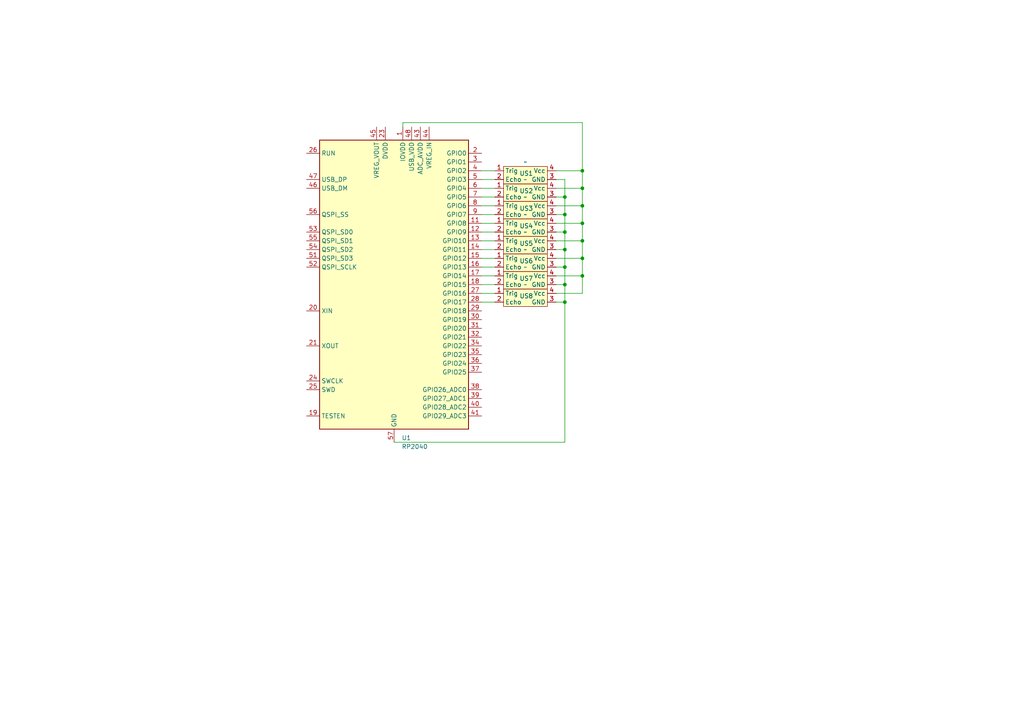
<source format=kicad_sch>
(kicad_sch
	(version 20231120)
	(generator "eeschema")
	(generator_version "8.0")
	(uuid "af6f84c4-a5f6-4d9a-be43-e6553a4d4e88")
	(paper "A4")
	(lib_symbols
		(symbol "Custom_Symbols:I2C_Ultrasonic_Sensor"
			(exclude_from_sim no)
			(in_bom yes)
			(on_board yes)
			(property "Reference" "US"
				(at 0 -3.81 0)
				(effects
					(font
						(size 1.27 1.27)
					)
				)
			)
			(property "Value" ""
				(at -2.54 0 0)
				(effects
					(font
						(size 1.27 1.27)
					)
				)
			)
			(property "Footprint" ""
				(at -2.54 0 0)
				(effects
					(font
						(size 1.27 1.27)
					)
					(hide yes)
				)
			)
			(property "Datasheet" ""
				(at -2.54 0 0)
				(effects
					(font
						(size 1.27 1.27)
					)
					(hide yes)
				)
			)
			(property "Description" ""
				(at -2.54 0 0)
				(effects
					(font
						(size 1.27 1.27)
					)
					(hide yes)
				)
			)
			(symbol "I2C_Ultrasonic_Sensor_1_1"
				(rectangle
					(start -6.35 -1.27)
					(end 6.35 -6.35)
					(stroke
						(width 0)
						(type default)
					)
					(fill
						(type background)
					)
				)
				(pin input line
					(at -8.89 -2.54 0)
					(length 2.54)
					(name "Trig"
						(effects
							(font
								(size 1.27 1.27)
							)
						)
					)
					(number "1"
						(effects
							(font
								(size 1.27 1.27)
							)
						)
					)
				)
				(pin output line
					(at -8.89 -5.08 0)
					(length 2.54)
					(name "Echo"
						(effects
							(font
								(size 1.27 1.27)
							)
						)
					)
					(number "2"
						(effects
							(font
								(size 1.27 1.27)
							)
						)
					)
				)
				(pin power_in line
					(at 8.89 -5.08 180)
					(length 2.54)
					(name "GND"
						(effects
							(font
								(size 1.27 1.27)
							)
						)
					)
					(number "3"
						(effects
							(font
								(size 1.27 1.27)
							)
						)
					)
				)
				(pin power_in line
					(at 8.89 -2.54 180)
					(length 2.54)
					(name "Vcc"
						(effects
							(font
								(size 1.27 1.27)
							)
						)
					)
					(number "4"
						(effects
							(font
								(size 1.27 1.27)
							)
						)
					)
				)
			)
		)
		(symbol "MCU_RaspberryPi:RP2040"
			(exclude_from_sim no)
			(in_bom yes)
			(on_board yes)
			(property "Reference" "U"
				(at 17.78 45.72 0)
				(effects
					(font
						(size 1.27 1.27)
					)
				)
			)
			(property "Value" "RP2040"
				(at 17.78 43.18 0)
				(effects
					(font
						(size 1.27 1.27)
					)
				)
			)
			(property "Footprint" "Package_DFN_QFN:QFN-56-1EP_7x7mm_P0.4mm_EP3.2x3.2mm"
				(at 0 0 0)
				(effects
					(font
						(size 1.27 1.27)
					)
					(hide yes)
				)
			)
			(property "Datasheet" "https://datasheets.raspberrypi.com/rp2040/rp2040-datasheet.pdf"
				(at 0 0 0)
				(effects
					(font
						(size 1.27 1.27)
					)
					(hide yes)
				)
			)
			(property "Description" "A microcontroller by Raspberry Pi"
				(at 0 0 0)
				(effects
					(font
						(size 1.27 1.27)
					)
					(hide yes)
				)
			)
			(property "ki_keywords" "RP2040 ARM Cortex-M0+ USB"
				(at 0 0 0)
				(effects
					(font
						(size 1.27 1.27)
					)
					(hide yes)
				)
			)
			(property "ki_fp_filters" "QFN*1EP*7x7mm?P0.4mm*"
				(at 0 0 0)
				(effects
					(font
						(size 1.27 1.27)
					)
					(hide yes)
				)
			)
			(symbol "RP2040_0_1"
				(rectangle
					(start -21.59 41.91)
					(end 21.59 -41.91)
					(stroke
						(width 0.254)
						(type default)
					)
					(fill
						(type background)
					)
				)
			)
			(symbol "RP2040_1_1"
				(pin power_in line
					(at 2.54 45.72 270)
					(length 3.81)
					(name "IOVDD"
						(effects
							(font
								(size 1.27 1.27)
							)
						)
					)
					(number "1"
						(effects
							(font
								(size 1.27 1.27)
							)
						)
					)
				)
				(pin passive line
					(at 2.54 45.72 270)
					(length 3.81) hide
					(name "IOVDD"
						(effects
							(font
								(size 1.27 1.27)
							)
						)
					)
					(number "10"
						(effects
							(font
								(size 1.27 1.27)
							)
						)
					)
				)
				(pin bidirectional line
					(at 25.4 17.78 180)
					(length 3.81)
					(name "GPIO8"
						(effects
							(font
								(size 1.27 1.27)
							)
						)
					)
					(number "11"
						(effects
							(font
								(size 1.27 1.27)
							)
						)
					)
				)
				(pin bidirectional line
					(at 25.4 15.24 180)
					(length 3.81)
					(name "GPIO9"
						(effects
							(font
								(size 1.27 1.27)
							)
						)
					)
					(number "12"
						(effects
							(font
								(size 1.27 1.27)
							)
						)
					)
				)
				(pin bidirectional line
					(at 25.4 12.7 180)
					(length 3.81)
					(name "GPIO10"
						(effects
							(font
								(size 1.27 1.27)
							)
						)
					)
					(number "13"
						(effects
							(font
								(size 1.27 1.27)
							)
						)
					)
				)
				(pin bidirectional line
					(at 25.4 10.16 180)
					(length 3.81)
					(name "GPIO11"
						(effects
							(font
								(size 1.27 1.27)
							)
						)
					)
					(number "14"
						(effects
							(font
								(size 1.27 1.27)
							)
						)
					)
				)
				(pin bidirectional line
					(at 25.4 7.62 180)
					(length 3.81)
					(name "GPIO12"
						(effects
							(font
								(size 1.27 1.27)
							)
						)
					)
					(number "15"
						(effects
							(font
								(size 1.27 1.27)
							)
						)
					)
				)
				(pin bidirectional line
					(at 25.4 5.08 180)
					(length 3.81)
					(name "GPIO13"
						(effects
							(font
								(size 1.27 1.27)
							)
						)
					)
					(number "16"
						(effects
							(font
								(size 1.27 1.27)
							)
						)
					)
				)
				(pin bidirectional line
					(at 25.4 2.54 180)
					(length 3.81)
					(name "GPIO14"
						(effects
							(font
								(size 1.27 1.27)
							)
						)
					)
					(number "17"
						(effects
							(font
								(size 1.27 1.27)
							)
						)
					)
				)
				(pin bidirectional line
					(at 25.4 0 180)
					(length 3.81)
					(name "GPIO15"
						(effects
							(font
								(size 1.27 1.27)
							)
						)
					)
					(number "18"
						(effects
							(font
								(size 1.27 1.27)
							)
						)
					)
				)
				(pin input line
					(at -25.4 -38.1 0)
					(length 3.81)
					(name "TESTEN"
						(effects
							(font
								(size 1.27 1.27)
							)
						)
					)
					(number "19"
						(effects
							(font
								(size 1.27 1.27)
							)
						)
					)
				)
				(pin bidirectional line
					(at 25.4 38.1 180)
					(length 3.81)
					(name "GPIO0"
						(effects
							(font
								(size 1.27 1.27)
							)
						)
					)
					(number "2"
						(effects
							(font
								(size 1.27 1.27)
							)
						)
					)
				)
				(pin input line
					(at -25.4 -7.62 0)
					(length 3.81)
					(name "XIN"
						(effects
							(font
								(size 1.27 1.27)
							)
						)
					)
					(number "20"
						(effects
							(font
								(size 1.27 1.27)
							)
						)
					)
				)
				(pin passive line
					(at -25.4 -17.78 0)
					(length 3.81)
					(name "XOUT"
						(effects
							(font
								(size 1.27 1.27)
							)
						)
					)
					(number "21"
						(effects
							(font
								(size 1.27 1.27)
							)
						)
					)
				)
				(pin passive line
					(at 2.54 45.72 270)
					(length 3.81) hide
					(name "IOVDD"
						(effects
							(font
								(size 1.27 1.27)
							)
						)
					)
					(number "22"
						(effects
							(font
								(size 1.27 1.27)
							)
						)
					)
				)
				(pin power_in line
					(at -2.54 45.72 270)
					(length 3.81)
					(name "DVDD"
						(effects
							(font
								(size 1.27 1.27)
							)
						)
					)
					(number "23"
						(effects
							(font
								(size 1.27 1.27)
							)
						)
					)
				)
				(pin input line
					(at -25.4 -27.94 0)
					(length 3.81)
					(name "SWCLK"
						(effects
							(font
								(size 1.27 1.27)
							)
						)
					)
					(number "24"
						(effects
							(font
								(size 1.27 1.27)
							)
						)
					)
				)
				(pin bidirectional line
					(at -25.4 -30.48 0)
					(length 3.81)
					(name "SWD"
						(effects
							(font
								(size 1.27 1.27)
							)
						)
					)
					(number "25"
						(effects
							(font
								(size 1.27 1.27)
							)
						)
					)
				)
				(pin input line
					(at -25.4 38.1 0)
					(length 3.81)
					(name "RUN"
						(effects
							(font
								(size 1.27 1.27)
							)
						)
					)
					(number "26"
						(effects
							(font
								(size 1.27 1.27)
							)
						)
					)
				)
				(pin bidirectional line
					(at 25.4 -2.54 180)
					(length 3.81)
					(name "GPIO16"
						(effects
							(font
								(size 1.27 1.27)
							)
						)
					)
					(number "27"
						(effects
							(font
								(size 1.27 1.27)
							)
						)
					)
				)
				(pin bidirectional line
					(at 25.4 -5.08 180)
					(length 3.81)
					(name "GPIO17"
						(effects
							(font
								(size 1.27 1.27)
							)
						)
					)
					(number "28"
						(effects
							(font
								(size 1.27 1.27)
							)
						)
					)
				)
				(pin bidirectional line
					(at 25.4 -7.62 180)
					(length 3.81)
					(name "GPIO18"
						(effects
							(font
								(size 1.27 1.27)
							)
						)
					)
					(number "29"
						(effects
							(font
								(size 1.27 1.27)
							)
						)
					)
				)
				(pin bidirectional line
					(at 25.4 35.56 180)
					(length 3.81)
					(name "GPIO1"
						(effects
							(font
								(size 1.27 1.27)
							)
						)
					)
					(number "3"
						(effects
							(font
								(size 1.27 1.27)
							)
						)
					)
				)
				(pin bidirectional line
					(at 25.4 -10.16 180)
					(length 3.81)
					(name "GPIO19"
						(effects
							(font
								(size 1.27 1.27)
							)
						)
					)
					(number "30"
						(effects
							(font
								(size 1.27 1.27)
							)
						)
					)
				)
				(pin bidirectional line
					(at 25.4 -12.7 180)
					(length 3.81)
					(name "GPIO20"
						(effects
							(font
								(size 1.27 1.27)
							)
						)
					)
					(number "31"
						(effects
							(font
								(size 1.27 1.27)
							)
						)
					)
				)
				(pin bidirectional line
					(at 25.4 -15.24 180)
					(length 3.81)
					(name "GPIO21"
						(effects
							(font
								(size 1.27 1.27)
							)
						)
					)
					(number "32"
						(effects
							(font
								(size 1.27 1.27)
							)
						)
					)
				)
				(pin passive line
					(at 2.54 45.72 270)
					(length 3.81) hide
					(name "IOVDD"
						(effects
							(font
								(size 1.27 1.27)
							)
						)
					)
					(number "33"
						(effects
							(font
								(size 1.27 1.27)
							)
						)
					)
				)
				(pin bidirectional line
					(at 25.4 -17.78 180)
					(length 3.81)
					(name "GPIO22"
						(effects
							(font
								(size 1.27 1.27)
							)
						)
					)
					(number "34"
						(effects
							(font
								(size 1.27 1.27)
							)
						)
					)
				)
				(pin bidirectional line
					(at 25.4 -20.32 180)
					(length 3.81)
					(name "GPIO23"
						(effects
							(font
								(size 1.27 1.27)
							)
						)
					)
					(number "35"
						(effects
							(font
								(size 1.27 1.27)
							)
						)
					)
				)
				(pin bidirectional line
					(at 25.4 -22.86 180)
					(length 3.81)
					(name "GPIO24"
						(effects
							(font
								(size 1.27 1.27)
							)
						)
					)
					(number "36"
						(effects
							(font
								(size 1.27 1.27)
							)
						)
					)
				)
				(pin bidirectional line
					(at 25.4 -25.4 180)
					(length 3.81)
					(name "GPIO25"
						(effects
							(font
								(size 1.27 1.27)
							)
						)
					)
					(number "37"
						(effects
							(font
								(size 1.27 1.27)
							)
						)
					)
				)
				(pin bidirectional line
					(at 25.4 -30.48 180)
					(length 3.81)
					(name "GPIO26_ADC0"
						(effects
							(font
								(size 1.27 1.27)
							)
						)
					)
					(number "38"
						(effects
							(font
								(size 1.27 1.27)
							)
						)
					)
				)
				(pin bidirectional line
					(at 25.4 -33.02 180)
					(length 3.81)
					(name "GPIO27_ADC1"
						(effects
							(font
								(size 1.27 1.27)
							)
						)
					)
					(number "39"
						(effects
							(font
								(size 1.27 1.27)
							)
						)
					)
				)
				(pin bidirectional line
					(at 25.4 33.02 180)
					(length 3.81)
					(name "GPIO2"
						(effects
							(font
								(size 1.27 1.27)
							)
						)
					)
					(number "4"
						(effects
							(font
								(size 1.27 1.27)
							)
						)
					)
				)
				(pin bidirectional line
					(at 25.4 -35.56 180)
					(length 3.81)
					(name "GPIO28_ADC2"
						(effects
							(font
								(size 1.27 1.27)
							)
						)
					)
					(number "40"
						(effects
							(font
								(size 1.27 1.27)
							)
						)
					)
				)
				(pin bidirectional line
					(at 25.4 -38.1 180)
					(length 3.81)
					(name "GPIO29_ADC3"
						(effects
							(font
								(size 1.27 1.27)
							)
						)
					)
					(number "41"
						(effects
							(font
								(size 1.27 1.27)
							)
						)
					)
				)
				(pin passive line
					(at 2.54 45.72 270)
					(length 3.81) hide
					(name "IOVDD"
						(effects
							(font
								(size 1.27 1.27)
							)
						)
					)
					(number "42"
						(effects
							(font
								(size 1.27 1.27)
							)
						)
					)
				)
				(pin power_in line
					(at 7.62 45.72 270)
					(length 3.81)
					(name "ADC_AVDD"
						(effects
							(font
								(size 1.27 1.27)
							)
						)
					)
					(number "43"
						(effects
							(font
								(size 1.27 1.27)
							)
						)
					)
				)
				(pin power_in line
					(at 10.16 45.72 270)
					(length 3.81)
					(name "VREG_IN"
						(effects
							(font
								(size 1.27 1.27)
							)
						)
					)
					(number "44"
						(effects
							(font
								(size 1.27 1.27)
							)
						)
					)
				)
				(pin power_out line
					(at -5.08 45.72 270)
					(length 3.81)
					(name "VREG_VOUT"
						(effects
							(font
								(size 1.27 1.27)
							)
						)
					)
					(number "45"
						(effects
							(font
								(size 1.27 1.27)
							)
						)
					)
				)
				(pin bidirectional line
					(at -25.4 27.94 0)
					(length 3.81)
					(name "USB_DM"
						(effects
							(font
								(size 1.27 1.27)
							)
						)
					)
					(number "46"
						(effects
							(font
								(size 1.27 1.27)
							)
						)
					)
				)
				(pin bidirectional line
					(at -25.4 30.48 0)
					(length 3.81)
					(name "USB_DP"
						(effects
							(font
								(size 1.27 1.27)
							)
						)
					)
					(number "47"
						(effects
							(font
								(size 1.27 1.27)
							)
						)
					)
				)
				(pin power_in line
					(at 5.08 45.72 270)
					(length 3.81)
					(name "USB_VDD"
						(effects
							(font
								(size 1.27 1.27)
							)
						)
					)
					(number "48"
						(effects
							(font
								(size 1.27 1.27)
							)
						)
					)
				)
				(pin passive line
					(at 2.54 45.72 270)
					(length 3.81) hide
					(name "IOVDD"
						(effects
							(font
								(size 1.27 1.27)
							)
						)
					)
					(number "49"
						(effects
							(font
								(size 1.27 1.27)
							)
						)
					)
				)
				(pin bidirectional line
					(at 25.4 30.48 180)
					(length 3.81)
					(name "GPIO3"
						(effects
							(font
								(size 1.27 1.27)
							)
						)
					)
					(number "5"
						(effects
							(font
								(size 1.27 1.27)
							)
						)
					)
				)
				(pin passive line
					(at -2.54 45.72 270)
					(length 3.81) hide
					(name "DVDD"
						(effects
							(font
								(size 1.27 1.27)
							)
						)
					)
					(number "50"
						(effects
							(font
								(size 1.27 1.27)
							)
						)
					)
				)
				(pin bidirectional line
					(at -25.4 7.62 0)
					(length 3.81)
					(name "QSPI_SD3"
						(effects
							(font
								(size 1.27 1.27)
							)
						)
					)
					(number "51"
						(effects
							(font
								(size 1.27 1.27)
							)
						)
					)
				)
				(pin output line
					(at -25.4 5.08 0)
					(length 3.81)
					(name "QSPI_SCLK"
						(effects
							(font
								(size 1.27 1.27)
							)
						)
					)
					(number "52"
						(effects
							(font
								(size 1.27 1.27)
							)
						)
					)
				)
				(pin bidirectional line
					(at -25.4 15.24 0)
					(length 3.81)
					(name "QSPI_SD0"
						(effects
							(font
								(size 1.27 1.27)
							)
						)
					)
					(number "53"
						(effects
							(font
								(size 1.27 1.27)
							)
						)
					)
				)
				(pin bidirectional line
					(at -25.4 10.16 0)
					(length 3.81)
					(name "QSPI_SD2"
						(effects
							(font
								(size 1.27 1.27)
							)
						)
					)
					(number "54"
						(effects
							(font
								(size 1.27 1.27)
							)
						)
					)
				)
				(pin bidirectional line
					(at -25.4 12.7 0)
					(length 3.81)
					(name "QSPI_SD1"
						(effects
							(font
								(size 1.27 1.27)
							)
						)
					)
					(number "55"
						(effects
							(font
								(size 1.27 1.27)
							)
						)
					)
				)
				(pin bidirectional line
					(at -25.4 20.32 0)
					(length 3.81)
					(name "QSPI_SS"
						(effects
							(font
								(size 1.27 1.27)
							)
						)
					)
					(number "56"
						(effects
							(font
								(size 1.27 1.27)
							)
						)
					)
				)
				(pin power_in line
					(at 0 -45.72 90)
					(length 3.81)
					(name "GND"
						(effects
							(font
								(size 1.27 1.27)
							)
						)
					)
					(number "57"
						(effects
							(font
								(size 1.27 1.27)
							)
						)
					)
				)
				(pin bidirectional line
					(at 25.4 27.94 180)
					(length 3.81)
					(name "GPIO4"
						(effects
							(font
								(size 1.27 1.27)
							)
						)
					)
					(number "6"
						(effects
							(font
								(size 1.27 1.27)
							)
						)
					)
				)
				(pin bidirectional line
					(at 25.4 25.4 180)
					(length 3.81)
					(name "GPIO5"
						(effects
							(font
								(size 1.27 1.27)
							)
						)
					)
					(number "7"
						(effects
							(font
								(size 1.27 1.27)
							)
						)
					)
				)
				(pin bidirectional line
					(at 25.4 22.86 180)
					(length 3.81)
					(name "GPIO6"
						(effects
							(font
								(size 1.27 1.27)
							)
						)
					)
					(number "8"
						(effects
							(font
								(size 1.27 1.27)
							)
						)
					)
				)
				(pin bidirectional line
					(at 25.4 20.32 180)
					(length 3.81)
					(name "GPIO7"
						(effects
							(font
								(size 1.27 1.27)
							)
						)
					)
					(number "9"
						(effects
							(font
								(size 1.27 1.27)
							)
						)
					)
				)
			)
		)
	)
	(junction
		(at 163.83 62.23)
		(diameter 0)
		(color 0 0 0 0)
		(uuid "118e7a3d-9a3d-486d-b2bb-71c54b6185ab")
	)
	(junction
		(at 168.91 69.85)
		(diameter 0)
		(color 0 0 0 0)
		(uuid "151a8319-ade4-4005-a637-12595cd6447c")
	)
	(junction
		(at 163.83 87.63)
		(diameter 0)
		(color 0 0 0 0)
		(uuid "1e799fbc-2d5b-45cb-a077-76cf9222c909")
	)
	(junction
		(at 163.83 77.47)
		(diameter 0)
		(color 0 0 0 0)
		(uuid "33938a50-4371-4f1c-bd0c-8183469faf0b")
	)
	(junction
		(at 168.91 80.01)
		(diameter 0)
		(color 0 0 0 0)
		(uuid "36afdce4-d139-49d7-bd6d-af84bdea8a08")
	)
	(junction
		(at 163.83 57.15)
		(diameter 0)
		(color 0 0 0 0)
		(uuid "4ddb7b9d-4adb-48fa-8997-f6204b40c04a")
	)
	(junction
		(at 168.91 74.93)
		(diameter 0)
		(color 0 0 0 0)
		(uuid "66ccf121-6d4e-4289-83a0-3baed57a6a98")
	)
	(junction
		(at 168.91 59.69)
		(diameter 0)
		(color 0 0 0 0)
		(uuid "6db1d8b8-de02-4609-bcac-dd3b2cad9fd9")
	)
	(junction
		(at 163.83 72.39)
		(diameter 0)
		(color 0 0 0 0)
		(uuid "835c7f58-987d-44f9-bcfb-80972eb91a89")
	)
	(junction
		(at 168.91 54.61)
		(diameter 0)
		(color 0 0 0 0)
		(uuid "a3cdaf55-29d8-4701-92c1-6f926ec80fde")
	)
	(junction
		(at 168.91 64.77)
		(diameter 0)
		(color 0 0 0 0)
		(uuid "aa428ca8-b06f-4156-8075-c1d0d59e34db")
	)
	(junction
		(at 168.91 49.53)
		(diameter 0)
		(color 0 0 0 0)
		(uuid "bd2b3e87-0547-4151-a9f6-c69030d39dee")
	)
	(junction
		(at 163.83 82.55)
		(diameter 0)
		(color 0 0 0 0)
		(uuid "e53e12aa-27c6-4fc5-a827-b3c2bb98b9bb")
	)
	(junction
		(at 163.83 67.31)
		(diameter 0)
		(color 0 0 0 0)
		(uuid "eb89e2bf-2976-4534-b3db-ce5225b6acf2")
	)
	(wire
		(pts
			(xy 161.29 62.23) (xy 163.83 62.23)
		)
		(stroke
			(width 0)
			(type default)
		)
		(uuid "02e8ffda-1fa1-42bd-bcf6-2c1f1a5c600b")
	)
	(wire
		(pts
			(xy 168.91 80.01) (xy 168.91 85.09)
		)
		(stroke
			(width 0)
			(type default)
		)
		(uuid "071969c4-0730-407f-8ade-e3ee59bfda22")
	)
	(wire
		(pts
			(xy 161.29 52.07) (xy 163.83 52.07)
		)
		(stroke
			(width 0)
			(type default)
		)
		(uuid "082d1297-404a-42a0-9f49-390dc9fac935")
	)
	(wire
		(pts
			(xy 168.91 74.93) (xy 168.91 80.01)
		)
		(stroke
			(width 0)
			(type default)
		)
		(uuid "0a2391d0-99e1-495a-a28f-8589f71c5e0e")
	)
	(wire
		(pts
			(xy 161.29 87.63) (xy 163.83 87.63)
		)
		(stroke
			(width 0)
			(type default)
		)
		(uuid "0f57f22b-f22d-4953-9949-e826595a3aa7")
	)
	(wire
		(pts
			(xy 139.7 67.31) (xy 143.51 67.31)
		)
		(stroke
			(width 0)
			(type default)
		)
		(uuid "21e68dd8-c1aa-4518-ab6f-c01401d02878")
	)
	(wire
		(pts
			(xy 139.7 59.69) (xy 143.51 59.69)
		)
		(stroke
			(width 0)
			(type default)
		)
		(uuid "27a05f72-8913-44a9-b14f-3afd1b4045bd")
	)
	(wire
		(pts
			(xy 168.91 49.53) (xy 168.91 54.61)
		)
		(stroke
			(width 0)
			(type default)
		)
		(uuid "2f13f44a-dd6f-4d41-8902-3168fe2b7824")
	)
	(wire
		(pts
			(xy 139.7 52.07) (xy 143.51 52.07)
		)
		(stroke
			(width 0)
			(type default)
		)
		(uuid "30d98c0b-cfd3-4805-965e-1f707ac044f0")
	)
	(wire
		(pts
			(xy 168.91 85.09) (xy 161.29 85.09)
		)
		(stroke
			(width 0)
			(type default)
		)
		(uuid "320a79ab-daa1-46c3-8c5f-9a8efbf355df")
	)
	(wire
		(pts
			(xy 163.83 128.27) (xy 163.83 87.63)
		)
		(stroke
			(width 0)
			(type default)
		)
		(uuid "33befd82-5cdd-4dde-8544-fe152a235c92")
	)
	(wire
		(pts
			(xy 161.29 64.77) (xy 168.91 64.77)
		)
		(stroke
			(width 0)
			(type default)
		)
		(uuid "3d5a611b-f354-4f8a-a0af-41deaed736b7")
	)
	(wire
		(pts
			(xy 139.7 82.55) (xy 143.51 82.55)
		)
		(stroke
			(width 0)
			(type default)
		)
		(uuid "3fa94358-275f-4811-a1df-8aa8372ae888")
	)
	(wire
		(pts
			(xy 161.29 57.15) (xy 163.83 57.15)
		)
		(stroke
			(width 0)
			(type default)
		)
		(uuid "43fd5b9b-09a0-4ec4-8da4-2e53715ae0d2")
	)
	(wire
		(pts
			(xy 161.29 77.47) (xy 163.83 77.47)
		)
		(stroke
			(width 0)
			(type default)
		)
		(uuid "44836e6e-065f-450a-9a10-237367dbbb05")
	)
	(wire
		(pts
			(xy 139.7 64.77) (xy 143.51 64.77)
		)
		(stroke
			(width 0)
			(type default)
		)
		(uuid "4cb1fc4b-70d3-451e-b28f-08081c90cf3c")
	)
	(wire
		(pts
			(xy 161.29 67.31) (xy 163.83 67.31)
		)
		(stroke
			(width 0)
			(type default)
		)
		(uuid "67e50aed-8a4c-4e1a-8840-cd73e376b7b5")
	)
	(wire
		(pts
			(xy 163.83 82.55) (xy 163.83 87.63)
		)
		(stroke
			(width 0)
			(type default)
		)
		(uuid "7b2cc13f-7334-40a0-abf8-f73b41d3acd6")
	)
	(wire
		(pts
			(xy 168.91 35.56) (xy 168.91 49.53)
		)
		(stroke
			(width 0)
			(type default)
		)
		(uuid "7b3a26ae-67ce-4357-9ece-5872c19f6bab")
	)
	(wire
		(pts
			(xy 163.83 62.23) (xy 163.83 67.31)
		)
		(stroke
			(width 0)
			(type default)
		)
		(uuid "7f3d3cf2-18d0-45f6-8a59-470d8d9178f0")
	)
	(wire
		(pts
			(xy 161.29 59.69) (xy 168.91 59.69)
		)
		(stroke
			(width 0)
			(type default)
		)
		(uuid "7f5ceb1c-d972-41cd-8516-56c2ec4304b0")
	)
	(wire
		(pts
			(xy 163.83 67.31) (xy 163.83 72.39)
		)
		(stroke
			(width 0)
			(type default)
		)
		(uuid "82ea750b-b553-4647-a390-2393659fafcd")
	)
	(wire
		(pts
			(xy 168.91 64.77) (xy 168.91 69.85)
		)
		(stroke
			(width 0)
			(type default)
		)
		(uuid "885d7a11-1eac-4419-9b78-c59ca3b41c7a")
	)
	(wire
		(pts
			(xy 139.7 54.61) (xy 143.51 54.61)
		)
		(stroke
			(width 0)
			(type default)
		)
		(uuid "899a51c9-477b-4769-bc55-01ff5e4fb014")
	)
	(wire
		(pts
			(xy 139.7 57.15) (xy 143.51 57.15)
		)
		(stroke
			(width 0)
			(type default)
		)
		(uuid "8a287afd-569c-4d1a-8f93-d46b989bc2fa")
	)
	(wire
		(pts
			(xy 139.7 74.93) (xy 143.51 74.93)
		)
		(stroke
			(width 0)
			(type default)
		)
		(uuid "8a4cd6c4-351b-4050-8d27-a04ea0727d53")
	)
	(wire
		(pts
			(xy 163.83 57.15) (xy 163.83 62.23)
		)
		(stroke
			(width 0)
			(type default)
		)
		(uuid "8b486e0b-0480-4db6-b86e-7bce50a25e2c")
	)
	(wire
		(pts
			(xy 139.7 62.23) (xy 143.51 62.23)
		)
		(stroke
			(width 0)
			(type default)
		)
		(uuid "99baaac3-1b64-4f21-a854-585b66ca04c8")
	)
	(wire
		(pts
			(xy 163.83 72.39) (xy 163.83 77.47)
		)
		(stroke
			(width 0)
			(type default)
		)
		(uuid "a3386906-deb7-43a7-a75e-25910456ec9c")
	)
	(wire
		(pts
			(xy 114.3 128.27) (xy 163.83 128.27)
		)
		(stroke
			(width 0)
			(type default)
		)
		(uuid "b0567364-beed-427c-b06e-6aa9d9462466")
	)
	(wire
		(pts
			(xy 116.84 36.83) (xy 116.84 35.56)
		)
		(stroke
			(width 0)
			(type default)
		)
		(uuid "b71a392d-5f4d-4881-97c3-8a3b76969212")
	)
	(wire
		(pts
			(xy 168.91 69.85) (xy 168.91 74.93)
		)
		(stroke
			(width 0)
			(type default)
		)
		(uuid "b93f49d5-f084-4f49-b38d-f9e2666ffa7d")
	)
	(wire
		(pts
			(xy 168.91 49.53) (xy 161.29 49.53)
		)
		(stroke
			(width 0)
			(type default)
		)
		(uuid "bc048a7a-cf9f-4283-b92e-fe4352d084a7")
	)
	(wire
		(pts
			(xy 116.84 35.56) (xy 168.91 35.56)
		)
		(stroke
			(width 0)
			(type default)
		)
		(uuid "bd4e5a8f-90db-46c0-a01c-a25ae66ed395")
	)
	(wire
		(pts
			(xy 139.7 85.09) (xy 143.51 85.09)
		)
		(stroke
			(width 0)
			(type default)
		)
		(uuid "bdc984e3-ad9b-4c3d-b68e-468f02723915")
	)
	(wire
		(pts
			(xy 161.29 74.93) (xy 168.91 74.93)
		)
		(stroke
			(width 0)
			(type default)
		)
		(uuid "bdd44814-4cfc-4611-8e51-534f52fd92ad")
	)
	(wire
		(pts
			(xy 139.7 49.53) (xy 143.51 49.53)
		)
		(stroke
			(width 0)
			(type default)
		)
		(uuid "ca3c0339-7966-4d0f-b4bc-53902ccf8ffe")
	)
	(wire
		(pts
			(xy 161.29 69.85) (xy 168.91 69.85)
		)
		(stroke
			(width 0)
			(type default)
		)
		(uuid "cb7a3d04-ad75-43ef-98cf-219293a124d5")
	)
	(wire
		(pts
			(xy 139.7 87.63) (xy 143.51 87.63)
		)
		(stroke
			(width 0)
			(type default)
		)
		(uuid "cc6b7601-8ffb-4695-a983-564d0d9f6b4a")
	)
	(wire
		(pts
			(xy 168.91 54.61) (xy 168.91 59.69)
		)
		(stroke
			(width 0)
			(type default)
		)
		(uuid "d0e0a284-097d-46c2-8885-1b4a6f8345e7")
	)
	(wire
		(pts
			(xy 161.29 82.55) (xy 163.83 82.55)
		)
		(stroke
			(width 0)
			(type default)
		)
		(uuid "d531c6e9-7b7b-4e7f-9cf7-a37751359291")
	)
	(wire
		(pts
			(xy 168.91 59.69) (xy 168.91 64.77)
		)
		(stroke
			(width 0)
			(type default)
		)
		(uuid "dc53eb7a-485f-4d9e-909e-2fc23ee0921e")
	)
	(wire
		(pts
			(xy 139.7 80.01) (xy 143.51 80.01)
		)
		(stroke
			(width 0)
			(type default)
		)
		(uuid "e27903a3-fc5f-4d28-8bce-251ca92433ee")
	)
	(wire
		(pts
			(xy 161.29 80.01) (xy 168.91 80.01)
		)
		(stroke
			(width 0)
			(type default)
		)
		(uuid "eb03de77-13e1-449e-8b6d-e3742e889283")
	)
	(wire
		(pts
			(xy 163.83 52.07) (xy 163.83 57.15)
		)
		(stroke
			(width 0)
			(type default)
		)
		(uuid "eb187eaa-d75d-41e6-8c93-ecf7cca27cb3")
	)
	(wire
		(pts
			(xy 139.7 69.85) (xy 143.51 69.85)
		)
		(stroke
			(width 0)
			(type default)
		)
		(uuid "ec30c903-cbad-4cc6-a4c6-ab2dc86ed06e")
	)
	(wire
		(pts
			(xy 161.29 72.39) (xy 163.83 72.39)
		)
		(stroke
			(width 0)
			(type default)
		)
		(uuid "f2c21f08-b3b5-49a2-8c5c-d9586ee7d584")
	)
	(wire
		(pts
			(xy 139.7 77.47) (xy 143.51 77.47)
		)
		(stroke
			(width 0)
			(type default)
		)
		(uuid "f677b8cc-6e30-4ce7-9e44-f19c66cb62fc")
	)
	(wire
		(pts
			(xy 163.83 77.47) (xy 163.83 82.55)
		)
		(stroke
			(width 0)
			(type default)
		)
		(uuid "f78ce602-3fb6-4d05-b592-90b2c8642740")
	)
	(wire
		(pts
			(xy 161.29 54.61) (xy 168.91 54.61)
		)
		(stroke
			(width 0)
			(type default)
		)
		(uuid "f7f07619-75e7-4aff-ad9b-2d7fced87c42")
	)
	(wire
		(pts
			(xy 139.7 72.39) (xy 143.51 72.39)
		)
		(stroke
			(width 0)
			(type default)
		)
		(uuid "f89d2b1c-0e8d-4d96-a412-6fd84c39418c")
	)
	(symbol
		(lib_id "Custom_Symbols:I2C_Ultrasonic_Sensor")
		(at 152.4 62.23 0)
		(unit 1)
		(exclude_from_sim no)
		(in_bom yes)
		(on_board yes)
		(dnp no)
		(uuid "05a2b4ab-c5d5-4cbb-8743-40c0eb908f64")
		(property "Reference" "US4"
			(at 152.654 65.532 0)
			(effects
				(font
					(size 1.27 1.27)
				)
			)
		)
		(property "Value" "~"
			(at 152.4 62.23 0)
			(effects
				(font
					(size 1.27 1.27)
				)
			)
		)
		(property "Footprint" ""
			(at 149.86 62.23 0)
			(effects
				(font
					(size 1.27 1.27)
				)
				(hide yes)
			)
		)
		(property "Datasheet" ""
			(at 149.86 62.23 0)
			(effects
				(font
					(size 1.27 1.27)
				)
				(hide yes)
			)
		)
		(property "Description" ""
			(at 149.86 62.23 0)
			(effects
				(font
					(size 1.27 1.27)
				)
				(hide yes)
			)
		)
		(pin "1"
			(uuid "839b6d97-ba17-4f6f-a25b-976954dc68d8")
		)
		(pin "4"
			(uuid "43abb0ce-60f3-438a-922d-8be5aaa403f7")
		)
		(pin "2"
			(uuid "15acdea9-03e8-4e18-9f72-2602178fb4e2")
		)
		(pin "3"
			(uuid "f19de111-75a2-41c2-a337-70a20da8cfbe")
		)
		(instances
			(project "GRIT_main_sub_PCB"
				(path "/af6f84c4-a5f6-4d9a-be43-e6553a4d4e88"
					(reference "US4")
					(unit 1)
				)
			)
		)
	)
	(symbol
		(lib_id "Custom_Symbols:I2C_Ultrasonic_Sensor")
		(at 152.4 52.07 0)
		(unit 1)
		(exclude_from_sim no)
		(in_bom yes)
		(on_board yes)
		(dnp no)
		(uuid "2310dc25-9056-4b10-8903-cde6b8ca342a")
		(property "Reference" "US2"
			(at 152.654 55.372 0)
			(effects
				(font
					(size 1.27 1.27)
				)
			)
		)
		(property "Value" "~"
			(at 152.4 52.07 0)
			(effects
				(font
					(size 1.27 1.27)
				)
			)
		)
		(property "Footprint" ""
			(at 149.86 52.07 0)
			(effects
				(font
					(size 1.27 1.27)
				)
				(hide yes)
			)
		)
		(property "Datasheet" ""
			(at 149.86 52.07 0)
			(effects
				(font
					(size 1.27 1.27)
				)
				(hide yes)
			)
		)
		(property "Description" ""
			(at 149.86 52.07 0)
			(effects
				(font
					(size 1.27 1.27)
				)
				(hide yes)
			)
		)
		(pin "1"
			(uuid "7e6f151a-8ad2-4693-a5a9-f7a4b2ba1db6")
		)
		(pin "4"
			(uuid "27c8b334-8728-4537-822b-63f8c4af0438")
		)
		(pin "2"
			(uuid "4602ede1-ecee-47e4-8815-8be00a915cc0")
		)
		(pin "3"
			(uuid "3f61a118-9a0c-41f2-b411-d891a6091d69")
		)
		(instances
			(project "GRIT_main_sub_PCB"
				(path "/af6f84c4-a5f6-4d9a-be43-e6553a4d4e88"
					(reference "US2")
					(unit 1)
				)
			)
		)
	)
	(symbol
		(lib_id "Custom_Symbols:I2C_Ultrasonic_Sensor")
		(at 152.4 57.15 0)
		(unit 1)
		(exclude_from_sim no)
		(in_bom yes)
		(on_board yes)
		(dnp no)
		(uuid "2864cb1f-f568-4112-a928-4cef9091d819")
		(property "Reference" "US3"
			(at 152.654 60.452 0)
			(effects
				(font
					(size 1.27 1.27)
				)
			)
		)
		(property "Value" "~"
			(at 152.4 57.15 0)
			(effects
				(font
					(size 1.27 1.27)
				)
			)
		)
		(property "Footprint" ""
			(at 149.86 57.15 0)
			(effects
				(font
					(size 1.27 1.27)
				)
				(hide yes)
			)
		)
		(property "Datasheet" ""
			(at 149.86 57.15 0)
			(effects
				(font
					(size 1.27 1.27)
				)
				(hide yes)
			)
		)
		(property "Description" ""
			(at 149.86 57.15 0)
			(effects
				(font
					(size 1.27 1.27)
				)
				(hide yes)
			)
		)
		(pin "1"
			(uuid "5544a763-1776-40ab-aab3-19944c3f08ba")
		)
		(pin "4"
			(uuid "1943cc0f-665d-442f-bcf1-91a242773dae")
		)
		(pin "2"
			(uuid "2b669c47-ea9e-4f50-8362-03b946fbff9b")
		)
		(pin "3"
			(uuid "7c9a732d-1ea7-4966-9530-e69203d6ac73")
		)
		(instances
			(project "GRIT_main_sub_PCB"
				(path "/af6f84c4-a5f6-4d9a-be43-e6553a4d4e88"
					(reference "US3")
					(unit 1)
				)
			)
		)
	)
	(symbol
		(lib_id "Custom_Symbols:I2C_Ultrasonic_Sensor")
		(at 152.4 46.99 0)
		(unit 1)
		(exclude_from_sim no)
		(in_bom yes)
		(on_board yes)
		(dnp no)
		(uuid "37c9b7ae-a56a-409c-af6b-ee26f5a8fcd2")
		(property "Reference" "US1"
			(at 152.654 50.292 0)
			(effects
				(font
					(size 1.27 1.27)
				)
			)
		)
		(property "Value" "~"
			(at 152.4 46.99 0)
			(effects
				(font
					(size 1.27 1.27)
				)
			)
		)
		(property "Footprint" ""
			(at 149.86 46.99 0)
			(effects
				(font
					(size 1.27 1.27)
				)
				(hide yes)
			)
		)
		(property "Datasheet" ""
			(at 149.86 46.99 0)
			(effects
				(font
					(size 1.27 1.27)
				)
				(hide yes)
			)
		)
		(property "Description" ""
			(at 149.86 46.99 0)
			(effects
				(font
					(size 1.27 1.27)
				)
				(hide yes)
			)
		)
		(pin "1"
			(uuid "64e28cfc-d703-4245-9c1d-319ec8642a37")
		)
		(pin "4"
			(uuid "3b4ea555-3142-48d2-b4a3-be78d8c5f655")
		)
		(pin "2"
			(uuid "0d5ec3a9-2660-4488-81c5-62ea6c4c4f8e")
		)
		(pin "3"
			(uuid "2f36c4c5-380a-4063-86bc-85dc17e827fc")
		)
		(instances
			(project ""
				(path "/af6f84c4-a5f6-4d9a-be43-e6553a4d4e88"
					(reference "US1")
					(unit 1)
				)
			)
		)
	)
	(symbol
		(lib_id "Custom_Symbols:I2C_Ultrasonic_Sensor")
		(at 152.4 77.47 0)
		(unit 1)
		(exclude_from_sim no)
		(in_bom yes)
		(on_board yes)
		(dnp no)
		(uuid "4566f3b5-3f99-491a-86a0-81378d8e8f7b")
		(property "Reference" "US7"
			(at 152.654 80.772 0)
			(effects
				(font
					(size 1.27 1.27)
				)
			)
		)
		(property "Value" "~"
			(at 152.4 77.47 0)
			(effects
				(font
					(size 1.27 1.27)
				)
			)
		)
		(property "Footprint" ""
			(at 149.86 77.47 0)
			(effects
				(font
					(size 1.27 1.27)
				)
				(hide yes)
			)
		)
		(property "Datasheet" ""
			(at 149.86 77.47 0)
			(effects
				(font
					(size 1.27 1.27)
				)
				(hide yes)
			)
		)
		(property "Description" ""
			(at 149.86 77.47 0)
			(effects
				(font
					(size 1.27 1.27)
				)
				(hide yes)
			)
		)
		(pin "1"
			(uuid "419727af-c7fb-43cd-bd58-e326ea47417f")
		)
		(pin "4"
			(uuid "282c7211-378c-4d68-b9f3-eeba90f1800d")
		)
		(pin "2"
			(uuid "2d9d668a-97f8-4c82-aea6-043ec626745e")
		)
		(pin "3"
			(uuid "c07a7691-936a-42cc-b287-a1385f478068")
		)
		(instances
			(project "GRIT_main_sub_PCB"
				(path "/af6f84c4-a5f6-4d9a-be43-e6553a4d4e88"
					(reference "US7")
					(unit 1)
				)
			)
		)
	)
	(symbol
		(lib_id "Custom_Symbols:I2C_Ultrasonic_Sensor")
		(at 152.4 67.31 0)
		(unit 1)
		(exclude_from_sim no)
		(in_bom yes)
		(on_board yes)
		(dnp no)
		(uuid "e0793b51-ae46-4420-bf03-38671c166075")
		(property "Reference" "US5"
			(at 152.654 70.612 0)
			(effects
				(font
					(size 1.27 1.27)
				)
			)
		)
		(property "Value" "~"
			(at 152.4 67.31 0)
			(effects
				(font
					(size 1.27 1.27)
				)
			)
		)
		(property "Footprint" ""
			(at 149.86 67.31 0)
			(effects
				(font
					(size 1.27 1.27)
				)
				(hide yes)
			)
		)
		(property "Datasheet" ""
			(at 149.86 67.31 0)
			(effects
				(font
					(size 1.27 1.27)
				)
				(hide yes)
			)
		)
		(property "Description" ""
			(at 149.86 67.31 0)
			(effects
				(font
					(size 1.27 1.27)
				)
				(hide yes)
			)
		)
		(pin "1"
			(uuid "06f48c84-65b3-4873-a512-18ee44270e2f")
		)
		(pin "4"
			(uuid "ae3e9b1f-4a04-4db4-ba19-5ac6659dc0ef")
		)
		(pin "2"
			(uuid "aabc2188-d61e-419f-8d91-59bcaec4e075")
		)
		(pin "3"
			(uuid "e3318e6d-26ca-4c7f-aafd-51f9d3ff28d4")
		)
		(instances
			(project "GRIT_main_sub_PCB"
				(path "/af6f84c4-a5f6-4d9a-be43-e6553a4d4e88"
					(reference "US5")
					(unit 1)
				)
			)
		)
	)
	(symbol
		(lib_id "Custom_Symbols:I2C_Ultrasonic_Sensor")
		(at 152.4 82.55 0)
		(unit 1)
		(exclude_from_sim no)
		(in_bom yes)
		(on_board yes)
		(dnp no)
		(uuid "e1c26da4-552f-4e89-96c0-262c4299ab4c")
		(property "Reference" "US8"
			(at 152.654 85.852 0)
			(effects
				(font
					(size 1.27 1.27)
				)
			)
		)
		(property "Value" "~"
			(at 152.4 82.55 0)
			(effects
				(font
					(size 1.27 1.27)
				)
			)
		)
		(property "Footprint" ""
			(at 149.86 82.55 0)
			(effects
				(font
					(size 1.27 1.27)
				)
				(hide yes)
			)
		)
		(property "Datasheet" ""
			(at 149.86 82.55 0)
			(effects
				(font
					(size 1.27 1.27)
				)
				(hide yes)
			)
		)
		(property "Description" ""
			(at 149.86 82.55 0)
			(effects
				(font
					(size 1.27 1.27)
				)
				(hide yes)
			)
		)
		(pin "1"
			(uuid "0f0d3ec1-d39a-4500-a339-c2e915465870")
		)
		(pin "4"
			(uuid "959b675b-92c4-4ab2-8975-cf15f938b49f")
		)
		(pin "2"
			(uuid "64e16dca-0752-48c7-a550-1fd1bb7dfd4e")
		)
		(pin "3"
			(uuid "18b7d73b-c093-4657-bcf4-63908de85f69")
		)
		(instances
			(project "GRIT_main_sub_PCB"
				(path "/af6f84c4-a5f6-4d9a-be43-e6553a4d4e88"
					(reference "US8")
					(unit 1)
				)
			)
		)
	)
	(symbol
		(lib_id "MCU_RaspberryPi:RP2040")
		(at 114.3 82.55 0)
		(unit 1)
		(exclude_from_sim no)
		(in_bom yes)
		(on_board yes)
		(dnp no)
		(fields_autoplaced yes)
		(uuid "eb1e188e-2c34-42dd-98e8-fa0da550b91e")
		(property "Reference" "U1"
			(at 116.4941 127 0)
			(effects
				(font
					(size 1.27 1.27)
				)
				(justify left)
			)
		)
		(property "Value" "RP2040"
			(at 116.4941 129.54 0)
			(effects
				(font
					(size 1.27 1.27)
				)
				(justify left)
			)
		)
		(property "Footprint" "Package_DFN_QFN:QFN-56-1EP_7x7mm_P0.4mm_EP3.2x3.2mm"
			(at 114.3 82.55 0)
			(effects
				(font
					(size 1.27 1.27)
				)
				(hide yes)
			)
		)
		(property "Datasheet" "https://datasheets.raspberrypi.com/rp2040/rp2040-datasheet.pdf"
			(at 114.3 82.55 0)
			(effects
				(font
					(size 1.27 1.27)
				)
				(hide yes)
			)
		)
		(property "Description" "A microcontroller by Raspberry Pi"
			(at 114.3 82.55 0)
			(effects
				(font
					(size 1.27 1.27)
				)
				(hide yes)
			)
		)
		(pin "9"
			(uuid "d5f9f45c-1c14-4080-8711-3247af393cf5")
		)
		(pin "6"
			(uuid "4c9e1edf-c20a-4680-b3c6-e3c59aef39d4")
		)
		(pin "7"
			(uuid "366d492f-db93-4aee-9816-4ebd80d92d07")
		)
		(pin "57"
			(uuid "614e315a-b6e1-41c6-82d6-947b116c7b39")
		)
		(pin "8"
			(uuid "2e9e0e90-2c3e-457a-97e5-8789504f76e5")
		)
		(pin "56"
			(uuid "b29a53ba-2d30-4720-b60d-1953dce12778")
		)
		(pin "26"
			(uuid "18a03c48-5275-4a81-b3c9-de110df09296")
		)
		(pin "36"
			(uuid "859cb51d-c37e-4054-8641-437b0feaf08f")
		)
		(pin "48"
			(uuid "a53604d5-8c0a-4b5b-b222-64c8403aa25c")
		)
		(pin "15"
			(uuid "79c4fed6-de9c-4afc-9501-ecce5ce4a781")
		)
		(pin "20"
			(uuid "1cc2108e-7d7c-4528-94c9-c30f8b8b1be6")
		)
		(pin "21"
			(uuid "1db15014-ced7-47c5-a3df-a85b99af519d")
		)
		(pin "43"
			(uuid "9ed2fb58-72bf-4948-baf5-7360227626d8")
		)
		(pin "51"
			(uuid "4a67acaf-48b2-4d4e-86c8-6c2c9d501bac")
		)
		(pin "27"
			(uuid "a94c2eb6-c398-4d55-8f30-7831bd6ef18d")
		)
		(pin "38"
			(uuid "4c514cae-a537-4aa9-8066-4eacb57c270b")
		)
		(pin "52"
			(uuid "490d0a7f-27fb-4d4a-b89d-9c3432fa7db1")
		)
		(pin "32"
			(uuid "31f58bdd-2887-43e9-ae32-bed3d9c654ff")
		)
		(pin "53"
			(uuid "ddc57f5b-d8ea-4d45-b462-3580e63d57a6")
		)
		(pin "24"
			(uuid "256ae116-a57f-4878-9447-0e15c1af64ac")
		)
		(pin "54"
			(uuid "3fce7f3f-ff2f-45d2-a0ef-ad1e5b42c433")
		)
		(pin "55"
			(uuid "2795100d-035f-4248-a0cf-f72c0573a91d")
		)
		(pin "18"
			(uuid "38c46ba0-5b8d-449b-b0a3-c9b96b661d13")
		)
		(pin "2"
			(uuid "22eaee4b-32cb-4f8e-ad44-0c37c3cc1e2b")
		)
		(pin "17"
			(uuid "6899900d-d2b5-42f4-bda0-0abc04f6ea7e")
		)
		(pin "10"
			(uuid "39dde756-23f4-4580-8727-de9f57f593be")
		)
		(pin "19"
			(uuid "04ee4514-46dd-43ad-8e3f-f11ddf062fd0")
		)
		(pin "30"
			(uuid "44c9984e-eb2d-4abd-856c-56708225a633")
		)
		(pin "3"
			(uuid "0d3a1231-b806-4c99-b600-73f68a65b225")
		)
		(pin "34"
			(uuid "3c60786a-55f3-4291-a9e0-f7e78ac90ff1")
		)
		(pin "25"
			(uuid "6e69f95f-2f13-406c-8926-e855f8da09f5")
		)
		(pin "35"
			(uuid "5999feeb-4843-4652-bd07-9c08b08883ba")
		)
		(pin "37"
			(uuid "47520c83-052d-46e4-b95f-95b9c69756ec")
		)
		(pin "40"
			(uuid "72ac1650-1c3a-49bf-a2e8-3f3ffacf2575")
		)
		(pin "42"
			(uuid "5c36105d-8c91-453f-ba64-fad5d1124038")
		)
		(pin "23"
			(uuid "72a74c22-b058-46e0-b5b0-b1a6822a547d")
		)
		(pin "1"
			(uuid "5cdb4e85-7a01-41ab-828b-2fe872908f22")
		)
		(pin "41"
			(uuid "dd834b8b-0e8e-4ecc-88ce-8d03a0885a36")
		)
		(pin "44"
			(uuid "201497d3-908b-4249-b410-640d9497cd7c")
		)
		(pin "33"
			(uuid "831b7c0b-8519-4128-8a12-e3346100f86c")
		)
		(pin "46"
			(uuid "56c6fa56-aaf7-4984-8fb1-a42933420b57")
		)
		(pin "47"
			(uuid "80826ce7-c3d9-4f17-bd56-370e68d1e7ca")
		)
		(pin "49"
			(uuid "bf619d7c-9dff-4218-957c-89f71f3518f5")
		)
		(pin "5"
			(uuid "b317c2d8-ddd4-41c8-988f-d3fbef931058")
		)
		(pin "31"
			(uuid "aa4d91bd-22da-49af-b087-76faf5d61238")
		)
		(pin "13"
			(uuid "fd6b07c8-3b5e-411c-b605-24cdb780fc98")
		)
		(pin "39"
			(uuid "7e48b420-4a9d-4744-b989-8d31c76bfeca")
		)
		(pin "29"
			(uuid "6f1868f2-d752-4de4-85d8-c5ded81d5c4e")
		)
		(pin "12"
			(uuid "1a328185-7496-421c-a938-d6ad9e3a2c84")
		)
		(pin "14"
			(uuid "8f9b975a-bf10-4c10-812c-0fe45ea7a867")
		)
		(pin "11"
			(uuid "d6257426-f03e-4fc4-8973-5f1c5aeb3836")
		)
		(pin "22"
			(uuid "630b7813-490b-46fa-962c-ec0933170bd9")
		)
		(pin "16"
			(uuid "2738103c-c85e-4e5c-8584-3351f88ede5e")
		)
		(pin "28"
			(uuid "bdc2f743-17da-4d44-8a63-e1492c2b42fb")
		)
		(pin "4"
			(uuid "933e69c9-e460-49f7-9e77-9d9804398355")
		)
		(pin "45"
			(uuid "90ac4fee-c2e1-46ec-bca3-0c7324bf61ad")
		)
		(pin "50"
			(uuid "884ecfe7-5530-4edc-b8c5-7f9bf900c741")
		)
		(instances
			(project ""
				(path "/af6f84c4-a5f6-4d9a-be43-e6553a4d4e88"
					(reference "U1")
					(unit 1)
				)
			)
		)
	)
	(symbol
		(lib_id "Custom_Symbols:I2C_Ultrasonic_Sensor")
		(at 152.4 72.39 0)
		(unit 1)
		(exclude_from_sim no)
		(in_bom yes)
		(on_board yes)
		(dnp no)
		(uuid "fb852a79-a0d3-46b7-8a36-969c880292bb")
		(property "Reference" "US6"
			(at 152.654 75.692 0)
			(effects
				(font
					(size 1.27 1.27)
				)
			)
		)
		(property "Value" "~"
			(at 152.4 72.39 0)
			(effects
				(font
					(size 1.27 1.27)
				)
			)
		)
		(property "Footprint" ""
			(at 149.86 72.39 0)
			(effects
				(font
					(size 1.27 1.27)
				)
				(hide yes)
			)
		)
		(property "Datasheet" ""
			(at 149.86 72.39 0)
			(effects
				(font
					(size 1.27 1.27)
				)
				(hide yes)
			)
		)
		(property "Description" ""
			(at 149.86 72.39 0)
			(effects
				(font
					(size 1.27 1.27)
				)
				(hide yes)
			)
		)
		(pin "1"
			(uuid "7e2c1cc3-b425-4674-aacc-c35d94bc40cf")
		)
		(pin "4"
			(uuid "544af719-ba35-4a62-ab37-293ad3c8a485")
		)
		(pin "2"
			(uuid "97eda756-4962-492e-99ea-e6a6c6a7c33b")
		)
		(pin "3"
			(uuid "0d4ff5b2-2bcc-49d8-ab0e-14ac445de757")
		)
		(instances
			(project "GRIT_main_sub_PCB"
				(path "/af6f84c4-a5f6-4d9a-be43-e6553a4d4e88"
					(reference "US6")
					(unit 1)
				)
			)
		)
	)
	(sheet_instances
		(path "/"
			(page "1")
		)
	)
)

</source>
